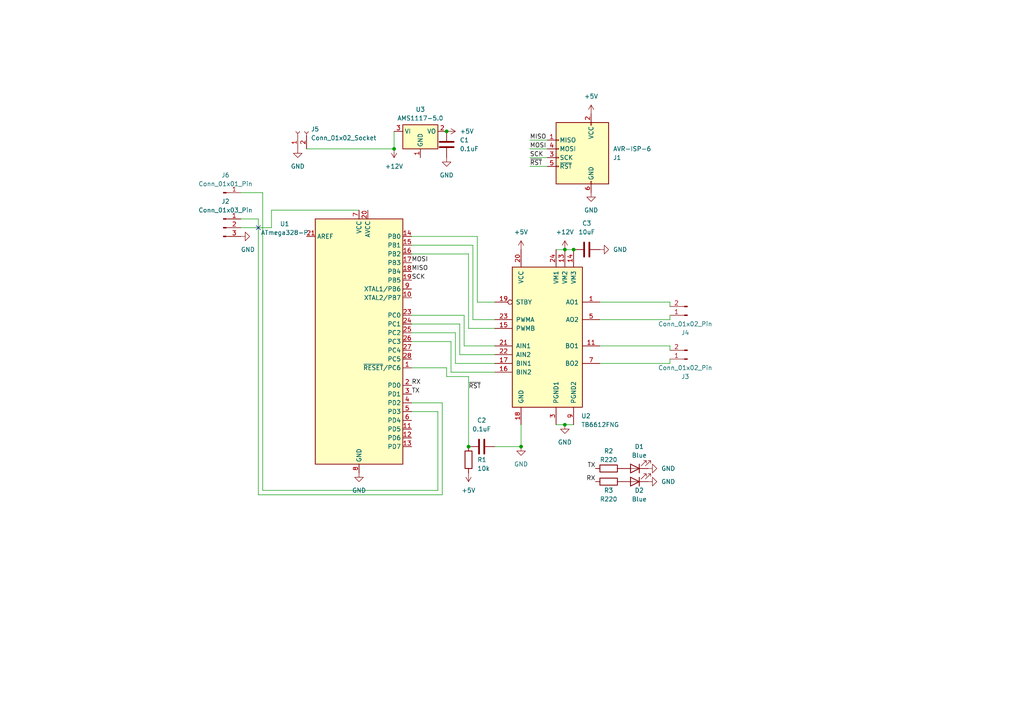
<source format=kicad_sch>
(kicad_sch (version 20230121) (generator eeschema)
  (paper "A4")
  (lib_symbols
    (symbol "Connector:AVR-ISP-6" (pin_names (offset 1.016))
      (property "Reference" "J" (at -6.35 11.43 0))
      (property "Value" "AVR-ISP-6" (at 0 11.43 0))
      (symbol "AVR-ISP-6_0_1"
        (rectangle (start -2.667 -6.858) (end -2.413 -7.62))
        (rectangle (start -2.667 10.16) (end -2.413 9.398))
        (rectangle (start 7.62 -2.413) (end 6.858 -2.667))
        (rectangle (start 7.62 0.127) (end 6.858 -0.127))
        (rectangle (start 7.62 2.667) (end 6.858 2.413))
        (rectangle (start 7.62 5.207) (end 6.858 4.953))
        (rectangle (start 7.62 10.16) (end -7.62 -7.62) (stroke (width 0.254)) (fill (type background)))
      )
      (symbol "AVR-ISP-6_1_1"
        (pin passive line (at 10.16 5.08 180) (length 2.54) (name "MISO") (number "1"))
        (pin passive line (at -2.54 12.7 270) (length 2.54) (name "VCC") (number "2"))
        (pin passive line (at 10.16 0 180) (length 2.54) (name "SCK") (number "3"))
        (pin passive line (at 10.16 2.54 180) (length 2.54) (name "MOSI") (number "4"))
        (pin passive line (at 10.16 -2.54 180) (length 2.54) (name "~{RST}") (number "5"))
        (pin passive line (at -2.54 -10.16 90) (length 2.54) (name "GND") (number "6"))
      )
    )
    (symbol "Connector:Conn_01x01_Pin" (pin_names (offset 1.016) hide)
      (property "Reference" "J" (at 0 2.54 0))
      (property "Value" "Conn_01x01_Pin" (at 0 -2.54 0))
      (symbol "Conn_01x01_Pin_1_1"
        (polyline (pts (xy 1.27 0) (xy 0.8636 0)) (stroke (width 0.1524)))
        (rectangle (start 0.8636 0.127) (end 0 -0.127) (stroke (width 0.1524)) (fill (type outline)))
        (pin passive line (at 5.08 0 180) (length 3.81) (name "Pin_1") (number "1"))
      )
    )
    (symbol "Connector:Conn_01x02_Pin" (pin_names (offset 1.016) hide)
      (property "Reference" "J" (at 0 2.54 0))
      (property "Value" "Conn_01x02_Pin" (at 0 -5.08 0))
      (symbol "Conn_01x02_Pin_1_1"
        (polyline (pts (xy 1.27 -2.54) (xy 0.8636 -2.54)) (stroke (width 0.1524)))
        (polyline (pts (xy 1.27 0) (xy 0.8636 0)) (stroke (width 0.1524)))
        (rectangle (start 0.8636 -2.413) (end 0 -2.667) (stroke (width 0.1524)) (fill (type outline)))
        (rectangle (start 0.8636 0.127) (end 0 -0.127) (stroke (width 0.1524)) (fill (type outline)))
        (pin passive line (at 5.08 0 180) (length 3.81) (name "Pin_1") (number "1"))
        (pin passive line (at 5.08 -2.54 180) (length 3.81) (name "Pin_2") (number "2"))
      )
    )
    (symbol "Connector:Conn_01x02_Socket" (pin_names (offset 1.016) hide)
      (property "Reference" "J" (at 0 2.54 0))
      (property "Value" "Conn_01x02_Socket" (at 0 -5.08 0))
      (symbol "Conn_01x02_Socket_1_1"
        (arc (start 0 -2.032) (mid -0.5058 -2.54) (end 0 -3.048) (stroke (width 0.1524)))
        (polyline (pts (xy -1.27 -2.54) (xy -0.508 -2.54)) (stroke (width 0.1524)))
        (polyline (pts (xy -1.27 0) (xy -0.508 0)) (stroke (width 0.1524)))
        (arc (start 0 0.508) (mid -0.5058 0) (end 0 -0.508) (stroke (width 0.1524)))
        (pin passive line (at -5.08 0 0) (length 3.81) (name "Pin_1") (number "1"))
        (pin passive line (at -5.08 -2.54 0) (length 3.81) (name "Pin_2") (number "2"))
      )
    )
    (symbol "Connector:Conn_01x03_Pin" (pin_names (offset 1.016) hide)
      (property "Reference" "J" (at 0 5.08 0))
      (property "Value" "Conn_01x03_Pin" (at 0 -5.08 0))
      (symbol "Conn_01x03_Pin_1_1"
        (polyline (pts (xy 1.27 -2.54) (xy 0.8636 -2.54)) (stroke (width 0.1524)))
        (polyline (pts (xy 1.27 0) (xy 0.8636 0)) (stroke (width 0.1524)))
        (polyline (pts (xy 1.27 2.54) (xy 0.8636 2.54)) (stroke (width 0.1524)))
        (rectangle (start 0.8636 -2.413) (end 0 -2.667) (stroke (width 0.1524)) (fill (type outline)))
        (rectangle (start 0.8636 0.127) (end 0 -0.127) (stroke (width 0.1524)) (fill (type outline)))
        (rectangle (start 0.8636 2.667) (end 0 2.413) (stroke (width 0.1524)) (fill (type outline)))
        (pin passive line (at 5.08 2.54 180) (length 3.81) (name "Pin_1") (number "1"))
        (pin passive line (at 5.08 0 180) (length 3.81) (name "Pin_2") (number "2"))
        (pin passive line (at 5.08 -2.54 180) (length 3.81) (name "Pin_3") (number "3"))
      )
    )
    (symbol "Device:C" (pin_numbers hide) (pin_names (offset 0.254))
      (property "Reference" "C" (at 0.635 2.54 0))
      (property "Value" "C" (at 0.635 -2.54 0))
      (symbol "C_0_1"
        (polyline (pts (xy -2.032 -0.762) (xy 2.032 -0.762)) (stroke (width 0.508)))
        (polyline (pts (xy -2.032 0.762) (xy 2.032 0.762)) (stroke (width 0.508)))
      )
      (symbol "C_1_1"
        (pin passive line (at 0 3.81 270) (length 2.794) (name "~") (number "1"))
        (pin passive line (at 0 -3.81 90) (length 2.794) (name "~") (number "2"))
      )
    )
    (symbol "Device:LED" (pin_numbers hide) (pin_names (offset 1.016) hide)
      (property "Reference" "D" (at 0 2.54 0))
      (property "Value" "LED" (at 0 -2.54 0))
      (symbol "LED_0_1"
        (polyline (pts (xy -1.27 -1.27) (xy -1.27 1.27)) (stroke (width 0.254)))
        (polyline (pts (xy -1.27 0) (xy 1.27 0)))
        (polyline (pts (xy 1.27 -1.27) (xy 1.27 1.27) (xy -1.27 0) (xy 1.27 -1.27)) (stroke (width 0.254)))
        (polyline (pts (xy -3.048 -0.762) (xy -4.572 -2.286) (xy -3.81 -2.286) (xy -4.572 -2.286) (xy -4.572 -1.524)))
        (polyline (pts (xy -1.778 -0.762) (xy -3.302 -2.286) (xy -2.54 -2.286) (xy -3.302 -2.286) (xy -3.302 -1.524)))
      )
      (symbol "LED_1_1"
        (pin passive line (at -3.81 0 0) (length 2.54) (name "K") (number "1"))
        (pin passive line (at 3.81 0 180) (length 2.54) (name "A") (number "2"))
      )
    )
    (symbol "Device:R" (pin_numbers hide) (pin_names (offset 0))
      (property "Reference" "R" (at 2.032 0 90))
      (property "Value" "R" (at 0 0 90))
      (symbol "R_0_1"
        (rectangle (start -1.016 -2.54) (end 1.016 2.54) (stroke (width 0.254)))
      )
      (symbol "R_1_1"
        (pin passive line (at 0 3.81 270) (length 1.27) (name "~") (number "1"))
        (pin passive line (at 0 -3.81 90) (length 1.27) (name "~") (number "2"))
      )
    )
    (symbol "Driver_Motor:TB6612FNG" (pin_names (offset 1.016))
      (property "Reference" "U" (at 11.43 17.78 0))
      (property "Value" "TB6612FNG" (at 11.43 15.24 0))
      (symbol "TB6612FNG_0_1"
        (rectangle (start -10.16 20.32) (end 10.16 -20.32) (stroke (width 0.254)) (fill (type background)))
      )
      (symbol "TB6612FNG_1_1"
        (pin output line (at 15.24 10.16 180) (length 5.08) (name "AO1") (number "1"))
        (pin passive line (at 7.62 -25.4 90) (length 5.08) hide (name "PGND2") (number "10"))
        (pin output line (at 15.24 -2.54 180) (length 5.08) (name "BO1") (number "11"))
        (pin passive line (at 15.24 -2.54 180) (length 5.08) hide (name "BO1") (number "12"))
        (pin power_in line (at 5.08 25.4 270) (length 5.08) (name "VM2") (number "13"))
        (pin power_in line (at 7.62 25.4 270) (length 5.08) (name "VM3") (number "14"))
        (pin input line (at -15.24 2.54 0) (length 5.08) (name "PWMB") (number "15"))
        (pin input line (at -15.24 -10.16 0) (length 5.08) (name "BIN2") (number "16"))
        (pin input line (at -15.24 -7.62 0) (length 5.08) (name "BIN1") (number "17"))
        (pin power_in line (at -7.62 -25.4 90) (length 5.08) (name "GND") (number "18"))
        (pin input inverted (at -15.24 10.16 0) (length 5.08) (name "STBY") (number "19"))
        (pin passive line (at 15.24 10.16 180) (length 5.08) hide (name "AO1") (number "2"))
        (pin power_in line (at -7.62 25.4 270) (length 5.08) (name "VCC") (number "20"))
        (pin input line (at -15.24 -2.54 0) (length 5.08) (name "AIN1") (number "21"))
        (pin input line (at -15.24 -5.08 0) (length 5.08) (name "AIN2") (number "22"))
        (pin input line (at -15.24 5.08 0) (length 5.08) (name "PWMA") (number "23"))
        (pin power_in line (at 2.54 25.4 270) (length 5.08) (name "VM1") (number "24"))
        (pin power_in line (at 2.54 -25.4 90) (length 5.08) (name "PGND1") (number "3"))
        (pin passive line (at 2.54 -25.4 90) (length 5.08) hide (name "PGND1") (number "4"))
        (pin output line (at 15.24 5.08 180) (length 5.08) (name "AO2") (number "5"))
        (pin passive line (at 15.24 5.08 180) (length 5.08) hide (name "AO2") (number "6"))
        (pin output line (at 15.24 -7.62 180) (length 5.08) (name "BO2") (number "7"))
        (pin passive line (at 15.24 -7.62 180) (length 5.08) hide (name "BO2") (number "8"))
        (pin power_in line (at 7.62 -25.4 90) (length 5.08) (name "PGND2") (number "9"))
      )
    )
    (symbol "MCU_Microchip_ATmega:ATmega328-P"
      (property "Reference" "U" (at -12.7 36.83 0))
      (property "Value" "ATmega328-P" (at 2.54 -36.83 0))
      (symbol "ATmega328-P_0_1"
        (rectangle (start -12.7 -35.56) (end 12.7 35.56) (stroke (width 0.254)) (fill (type background)))
      )
      (symbol "ATmega328-P_1_1"
        (pin bidirectional line (at 15.24 -7.62 180) (length 2.54) (name "~{RESET}/PC6") (number "1"))
        (pin bidirectional line (at 15.24 12.7 180) (length 2.54) (name "XTAL2/PB7") (number "10"))
        (pin bidirectional line (at 15.24 -25.4 180) (length 2.54) (name "PD5") (number "11"))
        (pin bidirectional line (at 15.24 -27.94 180) (length 2.54) (name "PD6") (number "12"))
        (pin bidirectional line (at 15.24 -30.48 180) (length 2.54) (name "PD7") (number "13"))
        (pin bidirectional line (at 15.24 30.48 180) (length 2.54) (name "PB0") (number "14"))
        (pin bidirectional line (at 15.24 27.94 180) (length 2.54) (name "PB1") (number "15"))
        (pin bidirectional line (at 15.24 25.4 180) (length 2.54) (name "PB2") (number "16"))
        (pin bidirectional line (at 15.24 22.86 180) (length 2.54) (name "PB3") (number "17"))
        (pin bidirectional line (at 15.24 20.32 180) (length 2.54) (name "PB4") (number "18"))
        (pin bidirectional line (at 15.24 17.78 180) (length 2.54) (name "PB5") (number "19"))
        (pin bidirectional line (at 15.24 -12.7 180) (length 2.54) (name "PD0") (number "2"))
        (pin power_in line (at 2.54 38.1 270) (length 2.54) (name "AVCC") (number "20"))
        (pin passive line (at -15.24 30.48 0) (length 2.54) (name "AREF") (number "21"))
        (pin passive line (at 0 -38.1 90) (length 2.54) hide (name "GND") (number "22"))
        (pin bidirectional line (at 15.24 7.62 180) (length 2.54) (name "PC0") (number "23"))
        (pin bidirectional line (at 15.24 5.08 180) (length 2.54) (name "PC1") (number "24"))
        (pin bidirectional line (at 15.24 2.54 180) (length 2.54) (name "PC2") (number "25"))
        (pin bidirectional line (at 15.24 0 180) (length 2.54) (name "PC3") (number "26"))
        (pin bidirectional line (at 15.24 -2.54 180) (length 2.54) (name "PC4") (number "27"))
        (pin bidirectional line (at 15.24 -5.08 180) (length 2.54) (name "PC5") (number "28"))
        (pin bidirectional line (at 15.24 -15.24 180) (length 2.54) (name "PD1") (number "3"))
        (pin bidirectional line (at 15.24 -17.78 180) (length 2.54) (name "PD2") (number "4"))
        (pin bidirectional line (at 15.24 -20.32 180) (length 2.54) (name "PD3") (number "5"))
        (pin bidirectional line (at 15.24 -22.86 180) (length 2.54) (name "PD4") (number "6"))
        (pin power_in line (at 0 38.1 270) (length 2.54) (name "VCC") (number "7"))
        (pin power_in line (at 0 -38.1 90) (length 2.54) (name "GND") (number "8"))
        (pin bidirectional line (at 15.24 15.24 180) (length 2.54) (name "XTAL1/PB6") (number "9"))
      )
    )
    (symbol "Regulator_Linear:AMS1117-5.0"
      (property "Reference" "U" (at -3.81 3.175 0))
      (property "Value" "AMS1117-5.0" (at 0 3.175 0))
      (symbol "AMS1117-5.0_0_1"
        (rectangle (start -5.08 -5.08) (end 5.08 1.905) (stroke (width 0.254)) (fill (type background)))
      )
      (symbol "AMS1117-5.0_1_1"
        (pin power_in line (at 0 -7.62 90) (length 2.54) (name "GND") (number "1"))
        (pin power_out line (at 7.62 0 180) (length 2.54) (name "VO") (number "2"))
        (pin power_in line (at -7.62 0 0) (length 2.54) (name "VI") (number "3"))
      )
    )
    (symbol "power:+12V" (power) (pin_names (offset 0))
      (property "Value" "+12V" (at 0 3.556 0))
      (symbol "+12V_0_1"
        (polyline (pts (xy -0.762 1.27) (xy 0 2.54)))
        (polyline (pts (xy 0 0) (xy 0 2.54)))
        (polyline (pts (xy 0 2.54) (xy 0.762 1.27)))
      )
      (symbol "+12V_1_1"
        (pin power_in line (at 0 0 90) (length 0) hide (name "+12V") (number "1"))
      )
    )
    (symbol "power:+5V" (power) (pin_names (offset 0))
      (property "Value" "+5V" (at 0 3.556 0))
      (symbol "+5V_0_1"
        (polyline (pts (xy -0.762 1.27) (xy 0 2.54)))
        (polyline (pts (xy 0 0) (xy 0 2.54)))
        (polyline (pts (xy 0 2.54) (xy 0.762 1.27)))
      )
      (symbol "+5V_1_1"
        (pin power_in line (at 0 0 90) (length 0) hide (name "+5V") (number "1"))
      )
    )
    (symbol "power:GND" (power) (pin_names (offset 0))
      (property "Value" "GND" (at 0 -3.81 0))
      (symbol "GND_0_1"
        (polyline (pts (xy 0 0) (xy 0 -1.27) (xy 1.27 -1.27) (xy 0 -2.54) (xy -1.27 -1.27) (xy 0 -1.27)))
      )
      (symbol "GND_1_1"
        (pin power_in line (at 0 0 270) (length 0) hide (name "GND") (number "1"))
      )
    )
  )
  (junction (at 114.3 43.18))
  (junction (at 151.13 129.54))
  (junction (at 166.37 72.39))
  (junction (at 135.89 129.54))
  (junction (at 129.54 38.1))
  (junction (at 163.83 123.19))
  (junction (at 163.83 72.39))
  (no_connect (at 74.93 66.04))
  (wire (pts (xy 135.89 73.66) (xy 119.38 73.66)))
  (wire (pts (xy 151.13 123.19) (xy 151.13 129.54)))
  (wire (pts (xy 88.9 43.18) (xy 114.3 43.18)))
  (wire (pts (xy 163.83 123.19) (xy 166.37 123.19)))
  (wire (pts (xy 132.08 105.41) (xy 132.08 96.52)))
  (wire (pts (xy 135.89 129.54) (xy 135.89 109.22)))
  (wire (pts (xy 134.62 91.44) (xy 119.38 91.44)))
  (wire (pts (xy 143.51 100.33) (xy 134.62 100.33)))
  (wire (pts (xy 173.99 105.41) (xy 194.31 105.41)))
  (wire (pts (xy 69.85 63.5) (xy 74.93 63.5)))
  (wire (pts (xy 138.43 87.63) (xy 138.43 68.58)))
  (wire (pts (xy 130.81 99.06) (xy 130.81 107.95)))
  (wire (pts (xy 114.3 43.18) (xy 114.3 38.1)))
  (wire (pts (xy 119.38 99.06) (xy 130.81 99.06)))
  (wire (pts (xy 143.51 87.63) (xy 138.43 87.63)))
  (wire (pts (xy 76.2 142.24) (xy 76.2 55.88)))
  (wire (pts (xy 194.31 87.63) (xy 194.31 88.9)))
  (wire (pts (xy 128.27 116.84) (xy 119.38 116.84)))
  (wire (pts (xy 194.31 92.71) (xy 194.31 91.44)))
  (wire (pts (xy 151.13 129.54) (xy 143.51 129.54)))
  (wire (pts (xy 119.38 119.38) (xy 127 119.38)))
  (wire (pts (xy 127 142.24) (xy 76.2 142.24)))
  (wire (pts (xy 163.83 123.19) (xy 161.29 123.19)))
  (wire (pts (xy 132.08 96.52) (xy 119.38 96.52)))
  (wire (pts (xy 143.51 105.41) (xy 132.08 105.41)))
  (wire (pts (xy 76.2 55.88) (xy 69.85 55.88)))
  (wire (pts (xy 173.99 100.33) (xy 194.31 100.33)))
  (wire (pts (xy 194.31 104.14) (xy 194.31 105.41)))
  (wire (pts (xy 133.35 93.98) (xy 119.38 93.98)))
  (wire (pts (xy 129.54 109.22) (xy 129.54 106.68)))
  (wire (pts (xy 137.16 71.12) (xy 119.38 71.12)))
  (wire (pts (xy 69.85 66.04) (xy 78.74 66.04)))
  (wire (pts (xy 143.51 95.25) (xy 135.89 95.25)))
  (wire (pts (xy 135.89 109.22) (xy 129.54 109.22)))
  (wire (pts (xy 138.43 68.58) (xy 119.38 68.58)))
  (wire (pts (xy 78.74 60.96) (xy 104.14 60.96)))
  (wire (pts (xy 153.67 48.26) (xy 158.75 48.26)))
  (wire (pts (xy 137.16 92.71) (xy 137.16 71.12)))
  (wire (pts (xy 163.83 72.39) (xy 166.37 72.39)))
  (wire (pts (xy 143.51 92.71) (xy 137.16 92.71)))
  (wire (pts (xy 153.67 40.64) (xy 158.75 40.64)))
  (wire (pts (xy 78.74 66.04) (xy 78.74 60.96)))
  (wire (pts (xy 194.31 100.33) (xy 194.31 101.6)))
  (wire (pts (xy 153.67 43.18) (xy 158.75 43.18)))
  (wire (pts (xy 173.99 92.71) (xy 194.31 92.71)))
  (wire (pts (xy 74.93 63.5) (xy 74.93 143.51)))
  (wire (pts (xy 161.29 72.39) (xy 163.83 72.39)))
  (wire (pts (xy 153.67 45.72) (xy 158.75 45.72)))
  (wire (pts (xy 135.89 95.25) (xy 135.89 73.66)))
  (wire (pts (xy 130.81 107.95) (xy 143.51 107.95)))
  (wire (pts (xy 74.93 143.51) (xy 128.27 143.51)))
  (wire (pts (xy 134.62 100.33) (xy 134.62 91.44)))
  (wire (pts (xy 128.27 143.51) (xy 128.27 116.84)))
  (wire (pts (xy 133.35 102.87) (xy 133.35 93.98)))
  (wire (pts (xy 127 119.38) (xy 127 142.24)))
  (wire (pts (xy 143.51 102.87) (xy 133.35 102.87)))
  (wire (pts (xy 173.99 87.63) (xy 194.31 87.63)))
  (wire (pts (xy 119.38 106.68) (xy 129.54 106.68)))
  (label "MISO" (at 153.67 40.64 0))
  (label "SCK" (at 153.67 45.72 0))
  (label "SCK" (at 119.38 81.28 0))
  (label "TX" (at 172.72 135.89 180))
  (label "~{RST}" (at 153.67 48.26 0))
  (label "MISO" (at 119.38 78.74 0))
  (label "MOSI" (at 119.38 76.2 0))
  (label "RX" (at 172.72 139.7 180))
  (label "~{RST}" (at 135.89 113.03 0))
  (label "RX" (at 119.38 111.76 0))
  (label "TX" (at 119.38 114.3 0))
  (label "MOSI" (at 153.67 43.18 0))
  (symbol (lib_id "Device:LED") (at 184.15 135.89 180) (unit 1)
    (property "Reference" "D1" (at 185.42 129.54 0))
    (property "Value" "Blue" (at 185.42 132.08 0))
    (property "Footprint" "LED_SMD:LED_0805_2012Metric" (effects hide))
  )
  (symbol (lib_id "Driver_Motor:TB6612FNG") (at 158.75 97.79 0) (unit 1)
    (property "Reference" "U2" (at 168.5641 120.65 0) (effects (justify left)))
    (property "Value" "TB6612FNG" (at 168.5641 123.19 0) (effects (justify left)))
    (property "Footprint" "Package_SO:SSOP-24_5.3x8.2mm_P0.65mm" (effects hide))
    (property "Datasheet" "https://toshiba.semicon-storage.com/us/product/linear/motordriver/detail.TB6612FNG.html" (effects hide))
    (property "LCSC" "C88224" (effects hide))
  )
  (symbol (lib_id "power:GND") (at 173.99 72.39 90) (unit 1)
    (property "Reference" "#PWR01" (effects hide))
    (property "Value" "GND" (at 177.8 72.39 90) (effects (justify right)))
  )
  (symbol (lib_id "Device:C") (at 139.7 129.54 90) (unit 1)
    (property "Reference" "C2" (at 139.7 121.92 90))
    (property "Value" "0.1uF" (at 139.7 124.46 90))
    (property "Footprint" "Capacitor_SMD:C_0805_2012Metric" (effects hide))
  )
  (symbol (lib_id "Regulator_Linear:AMS1117-5.0") (at 121.92 38.1 0) (unit 1)
    (property "Reference" "U3" (at 121.92 31.75 0))
    (property "Value" "AMS1117-5.0" (at 121.92 34.29 0))
    (property "Footprint" "Package_TO_SOT_SMD:SOT-223-3_TabPin2" (effects hide))
    (property "Datasheet" "http://www.advanced-monolithic.com/pdf/ds1117.pdf" (effects hide))
    (property "LCSC" "C351787" (effects hide))
  )
  (symbol (lib_id "Device:C") (at 129.54 41.91 0) (unit 1)
    (property "Reference" "C1" (at 133.35 40.64 0) (effects (justify left)))
    (property "Value" "0.1uF" (at 133.35 43.18 0) (effects (justify left)))
    (property "Footprint" "Capacitor_SMD:C_0805_2012Metric" (effects hide))
  )
  (symbol (lib_id "Device:R") (at 135.89 133.35 0) (unit 1)
    (property "Reference" "R1" (at 138.43 133.35 0) (effects (justify left)))
    (property "Value" "10k" (at 138.43 135.89 0) (effects (justify left)))
    (property "Footprint" "Resistor_SMD:R_0805_2012Metric" (effects hide))
  )
  (symbol (lib_id "power:GND") (at 69.85 68.58 90) (unit 1)
    (property "Reference" "#PWR011" (effects hide))
    (property "Value" "GND" (at 69.85 72.39 90) (effects (justify right)))
  )
  (symbol (lib_id "power:+5V") (at 129.54 38.1 270) (unit 1)
    (property "Reference" "#PWR04" (effects hide))
    (property "Value" "+5V" (at 133.35 38.1 90) (effects (justify left)))
  )
  (symbol (lib_id "power:+5V") (at 135.89 137.16 180) (unit 1)
    (property "Reference" "#PWR013" (effects hide))
    (property "Value" "+5V" (at 135.89 142.24 0))
  )
  (symbol (lib_id "Device:C") (at 170.18 72.39 90) (unit 1)
    (property "Reference" "C3" (at 170.18 64.77 90))
    (property "Value" "10uF" (at 170.18 67.31 90))
    (property "Footprint" "Capacitor_SMD:C_0805_2012Metric" (effects hide))
  )
  (symbol (lib_id "Device:R") (at 176.53 135.89 90) (unit 1)
    (property "Reference" "R2" (at 176.53 130.81 90))
    (property "Value" "R220" (at 176.53 133.35 90))
    (property "Footprint" "Resistor_SMD:R_0805_2012Metric" (effects hide))
  )
  (symbol (lib_id "power:GND") (at 129.54 45.72 0) (unit 1)
    (property "Reference" "#PWR05" (effects hide))
    (property "Value" "GND" (at 129.54 50.8 0))
  )
  (symbol (lib_id "power:GND") (at 104.14 137.16 0) (unit 1)
    (property "Reference" "#PWR012" (effects hide))
    (property "Value" "GND" (at 104.14 142.24 0))
  )
  (symbol (lib_id "Connector:Conn_01x02_Pin") (at 199.39 104.14 180) (unit 1)
    (property "Reference" "J3" (at 198.755 109.22 0))
    (property "Value" "Conn_01x02_Pin" (at 198.755 106.68 0))
    (property "Footprint" "Connector_PinHeader_2.54mm:PinHeader_1x02_P2.54mm_Vertical" (effects hide))
  )
  (symbol (lib_id "Connector:Conn_01x03_Pin") (at 64.77 66.04 0) (unit 1)
    (property "Reference" "J2" (at 65.405 58.42 0))
    (property "Value" "Conn_01x03_Pin" (at 65.405 60.96 0))
    (property "Footprint" "Connector_PinHeader_2.54mm:PinHeader_1x03_P2.54mm_Vertical" (effects hide))
  )
  (symbol (lib_id "Device:LED") (at 184.15 139.7 180) (unit 1)
    (property "Reference" "D2" (at 185.42 142.24 0))
    (property "Value" "Blue" (at 185.42 144.78 0))
    (property "Footprint" "LED_SMD:LED_0805_2012Metric" (effects hide))
  )
  (symbol (lib_id "power:+12V") (at 163.83 72.39 0) (unit 1)
    (property "Reference" "#PWR08" (effects hide))
    (property "Value" "+12V" (at 163.83 67.31 0))
  )
  (symbol (lib_id "Device:R") (at 176.53 139.7 270) (unit 1)
    (property "Reference" "R3" (at 176.53 142.24 90))
    (property "Value" "R220" (at 176.53 144.78 90))
    (property "Footprint" "Resistor_SMD:R_0805_2012Metric" (effects hide))
  )
  (symbol (lib_id "MCU_Microchip_ATmega:ATmega328-P") (at 104.14 99.06 0) (unit 1)
    (property "Reference" "U1" (at 82.55 64.9321 0))
    (property "Value" "ATmega328-P" (at 82.55 67.4721 0))
    (property "Footprint" "Package_QFP:TQFP-32_7x7mm_P0.8mm" (effects hide))
    (property "Datasheet" "http://ww1.microchip.com/downloads/en/DeviceDoc/ATmega328_P%20AVR%20MCU%20with%20picoPower%20Technology%20Data%20Sheet%2040001984A.pdf" (effects hide))
    (property "LCSC" "C14877" (effects hide))
  )
  (symbol (lib_id "power:GND") (at 86.36 43.18 0) (unit 1)
    (property "Reference" "#PWR014" (effects hide))
    (property "Value" "GND" (at 86.36 48.26 0))
  )
  (symbol (lib_id "power:+12V") (at 114.3 43.18 180) (unit 1)
    (property "Reference" "#PWR02" (effects hide))
    (property "Value" "+12V" (at 114.3 48.26 0))
  )
  (symbol (lib_id "power:GND") (at 151.13 129.54 0) (unit 1)
    (property "Reference" "#PWR06" (effects hide))
    (property "Value" "GND" (at 151.13 134.62 0))
  )
  (symbol (lib_id "power:+5V") (at 171.45 33.02 0) (unit 1)
    (property "Reference" "#PWR015" (effects hide))
    (property "Value" "+5V" (at 171.45 27.94 0))
  )
  (symbol (lib_id "power:GND") (at 171.45 55.88 0) (unit 1)
    (property "Reference" "#PWR016" (effects hide))
    (property "Value" "GND" (at 171.45 60.96 0))
  )
  (symbol (lib_id "power:GND") (at 187.96 139.7 90) (unit 1)
    (property "Reference" "#PWR010" (effects hide))
    (property "Value" "GND" (at 191.77 139.7 90) (effects (justify right)))
  )
  (symbol (lib_id "power:GND") (at 187.96 135.89 90) (unit 1)
    (property "Reference" "#PWR03" (effects hide))
    (property "Value" "GND" (at 191.77 135.89 90) (effects (justify right)))
  )
  (symbol (lib_id "power:+5V") (at 151.13 72.39 0) (unit 1)
    (property "Reference" "#PWR09" (effects hide))
    (property "Value" "+5V" (at 151.13 67.31 0))
  )
  (symbol (lib_id "Connector:Conn_01x02_Pin") (at 199.39 91.44 180) (unit 1)
    (property "Reference" "J4" (at 198.755 96.52 0))
    (property "Value" "Conn_01x02_Pin" (at 198.755 93.98 0))
    (property "Footprint" "Connector_PinHeader_2.54mm:PinHeader_1x02_P2.54mm_Vertical" (effects hide))
  )
  (symbol (lib_id "Connector:Conn_01x02_Socket") (at 86.36 38.1 90) (unit 1)
    (property "Reference" "J5" (at 90.17 37.465 90) (effects (justify right)))
    (property "Value" "Conn_01x02_Socket" (at 90.17 40.005 90) (effects (justify right)))
    (property "Footprint" "Connector_PinSocket_2.54mm:PinSocket_1x02_P2.54mm_Vertical" (effects hide))
  )
  (symbol (lib_id "Connector:Conn_01x01_Pin") (at 64.77 55.88 0) (unit 1)
    (property "Reference" "J6" (at 65.405 50.8 0))
    (property "Value" "Conn_01x01_Pin" (at 65.405 53.34 0))
    (property "Footprint" "Connector_PinSocket_2.54mm:PinSocket_1x01_P2.54mm_Vertical" (effects hide))
  )
  (symbol (lib_id "power:GND") (at 163.83 123.19 0) (unit 1)
    (property "Reference" "#PWR07" (effects hide))
    (property "Value" "GND" (at 163.83 128.27 0))
  )
  (symbol (lib_id "Connector:AVR-ISP-6") (at 168.91 45.72 0) (mirror y) (unit 1)
    (property "Reference" "J1" (at 177.8 45.72 0) (effects (justify right)))
    (property "Value" "AVR-ISP-6" (at 177.8 43.18 0) (effects (justify right)))
    (property "Footprint" "Connector_PinHeader_2.54mm:PinHeader_2x03_P2.54mm_Vertical" (effects hide))
    (property "Datasheet" " ~" (effects hide))
  )
)
</source>
